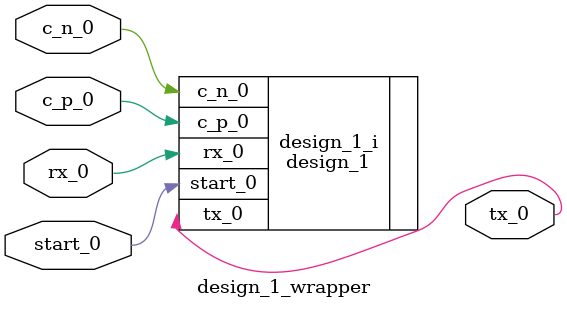
<source format=v>
`timescale 1 ps / 1 ps

module design_1_wrapper
   (c_n_0,
    c_p_0,
    rx_0,
    start_0,
    tx_0);
  input c_n_0;
  input c_p_0;
  input rx_0;
  input start_0;
  output tx_0;

  wire c_n_0;
  wire c_p_0;
  wire rx_0;
  wire start_0;
  wire tx_0;

  design_1 design_1_i
       (.c_n_0(c_n_0),
        .c_p_0(c_p_0),
        .rx_0(rx_0),
        .start_0(start_0),
        .tx_0(tx_0));
endmodule

</source>
